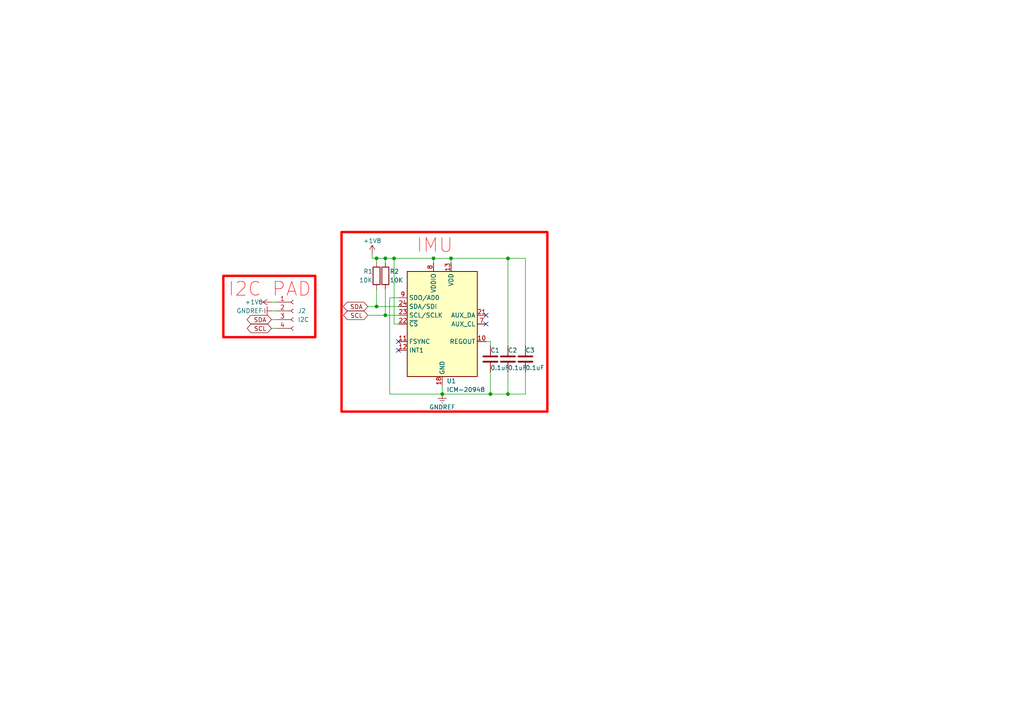
<source format=kicad_sch>
(kicad_sch (version 20230121) (generator eeschema)
  (paper "A4")
  (lib_symbols
    (symbol "Connector:Conn_01x04_Socket" (pin_names (offset 1.016) hide)
      (property "Reference" "J" (at 0 5.08 0))
      (property "Value" "Conn_01x04_Socket" (at 0 -7.62 0))
      (symbol "Conn_01x04_Socket_1_1"
        (arc (start 0 -4.572) (mid -0.5058 -5.08) (end 0 -5.588) (stroke (width 0.1524)))
        (arc (start 0 -2.032) (mid -0.5058 -2.54) (end 0 -3.048) (stroke (width 0.1524)))
        (polyline (pts (xy -1.27 -5.08) (xy -0.508 -5.08)) (stroke (width 0.1524)))
        (polyline (pts (xy -1.27 -2.54) (xy -0.508 -2.54)) (stroke (width 0.1524)))
        (polyline (pts (xy -1.27 0) (xy -0.508 0)) (stroke (width 0.1524)))
        (polyline (pts (xy -1.27 2.54) (xy -0.508 2.54)) (stroke (width 0.1524)))
        (arc (start 0 0.508) (mid -0.5058 0) (end 0 -0.508) (stroke (width 0.1524)))
        (arc (start 0 3.048) (mid -0.5058 2.54) (end 0 2.032) (stroke (width 0.1524)))
        (pin passive line (at -5.08 2.54 0) (length 3.81) (name "Pin_1") (number "1"))
        (pin passive line (at -5.08 0 0) (length 3.81) (name "Pin_2") (number "2"))
        (pin passive line (at -5.08 -2.54 0) (length 3.81) (name "Pin_3") (number "3"))
        (pin passive line (at -5.08 -5.08 0) (length 3.81) (name "Pin_4") (number "4"))
      )
    )
    (symbol "Device:C" (pin_numbers hide) (pin_names (offset 0.254))
      (property "Reference" "C" (at 0.635 2.54 0))
      (property "Value" "C" (at 0.635 -2.54 0))
      (symbol "C_0_1"
        (polyline (pts (xy -2.032 -0.762) (xy 2.032 -0.762)) (stroke (width 0.508)))
        (polyline (pts (xy -2.032 0.762) (xy 2.032 0.762)) (stroke (width 0.508)))
      )
      (symbol "C_1_1"
        (pin passive line (at 0 3.81 270) (length 2.794) (name "~") (number "1"))
        (pin passive line (at 0 -3.81 90) (length 2.794) (name "~") (number "2"))
      )
    )
    (symbol "Device:R" (pin_numbers hide) (pin_names (offset 0))
      (property "Reference" "R" (at 2.032 0 90))
      (property "Value" "R" (at 0 0 90))
      (symbol "R_0_1"
        (rectangle (start -1.016 -2.54) (end 1.016 2.54) (stroke (width 0.254)))
      )
      (symbol "R_1_1"
        (pin passive line (at 0 3.81 270) (length 1.27) (name "~") (number "1"))
        (pin passive line (at 0 -3.81 90) (length 1.27) (name "~") (number "2"))
      )
    )
    (symbol "Sensor_Motion:ICM-20948"
      (property "Reference" "U" (at -11.43 16.51 0))
      (property "Value" "ICM-20948" (at 7.62 -16.51 0))
      (symbol "ICM-20948_0_1"
        (rectangle (start -10.16 15.24) (end 10.16 -15.24) (stroke (width 0.254)) (fill (type background)))
      )
      (symbol "ICM-20948_1_1"
        (pin no_connect line (at -10.16 12.7 0) (length 2.54) hide (name "NC") (number "1"))
        (pin passive line (at 12.7 -5.08 180) (length 2.54) (name "REGOUT") (number "10"))
        (pin input line (at -12.7 -5.08 0) (length 2.54) (name "FSYNC") (number "11"))
        (pin output line (at -12.7 -7.62 0) (length 2.54) (name "INT1") (number "12"))
        (pin power_in line (at 2.54 17.78 270) (length 2.54) (name "VDD") (number "13"))
        (pin no_connect line (at 10.16 7.62 180) (length 2.54) hide (name "NC") (number "14"))
        (pin no_connect line (at 10.16 5.08 180) (length 2.54) hide (name "NC") (number "15"))
        (pin no_connect line (at 10.16 -7.62 180) (length 2.54) hide (name "NC") (number "16"))
        (pin no_connect line (at 10.16 -10.16 180) (length 2.54) hide (name "NC") (number "17"))
        (pin power_in line (at 0 -17.78 90) (length 2.54) (name "GND") (number "18"))
        (pin no_connect line (at 10.16 -12.7 180) (length 2.54) hide (name "RESV") (number "19"))
        (pin no_connect line (at -10.16 10.16 0) (length 2.54) hide (name "NC") (number "2"))
        (pin passive line (at 0 -17.78 90) (length 2.54) hide (name "GND") (number "20"))
        (pin bidirectional line (at 12.7 2.54 180) (length 2.54) (name "AUX_DA") (number "21"))
        (pin input line (at -12.7 0 0) (length 2.54) (name "~{CS}") (number "22"))
        (pin input line (at -12.7 2.54 0) (length 2.54) (name "SCL/SCLK") (number "23"))
        (pin bidirectional line (at -12.7 5.08 0) (length 2.54) (name "SDA/SDI") (number "24"))
        (pin no_connect line (at -10.16 -2.54 0) (length 2.54) hide (name "NC") (number "3"))
        (pin no_connect line (at -10.16 -10.16 0) (length 2.54) hide (name "NC") (number "4"))
        (pin no_connect line (at -10.16 -12.7 0) (length 2.54) hide (name "NC") (number "5"))
        (pin no_connect line (at 10.16 10.16 180) (length 2.54) hide (name "NC") (number "6"))
        (pin output line (at 12.7 0 180) (length 2.54) (name "AUX_CL") (number "7"))
        (pin power_in line (at -2.54 17.78 270) (length 2.54) (name "VDDIO") (number "8"))
        (pin bidirectional line (at -12.7 7.62 0) (length 2.54) (name "SDO/AD0") (number "9"))
      )
    )
    (symbol "power:+1V8" (power) (pin_names (offset 0))
      (property "Value" "+1V8" (at 0 3.556 0))
      (symbol "+1V8_0_1"
        (polyline (pts (xy -0.762 1.27) (xy 0 2.54)))
        (polyline (pts (xy 0 0) (xy 0 2.54)))
        (polyline (pts (xy 0 2.54) (xy 0.762 1.27)))
      )
      (symbol "+1V8_1_1"
        (pin power_in line (at 0 0 90) (length 0) hide (name "+1V8") (number "1"))
      )
    )
    (symbol "power:GNDREF" (power) (pin_names (offset 0))
      (property "Value" "GNDREF" (at 0 -3.81 0))
      (symbol "GNDREF_0_1"
        (polyline (pts (xy -0.635 -1.905) (xy 0.635 -1.905)))
        (polyline (pts (xy -0.127 -2.54) (xy 0.127 -2.54)))
        (polyline (pts (xy 0 -1.27) (xy 0 0)))
        (polyline (pts (xy 1.27 -1.27) (xy -1.27 -1.27)))
      )
      (symbol "GNDREF_1_1"
        (pin power_in line (at 0 0 270) (length 0) hide (name "GNDREF") (number "1"))
      )
    )
  )
  (junction (at 111.76 91.44))
  (junction (at 114.3 74.93))
  (junction (at 142.24 114.3))
  (junction (at 130.81 74.93))
  (junction (at 147.32 114.3))
  (junction (at 147.32 74.93))
  (junction (at 109.22 74.93))
  (junction (at 109.22 88.9))
  (junction (at 111.76 74.93))
  (junction (at 128.27 114.3))
  (junction (at 125.73 74.93))
  (no_connect (at 140.97 91.44))
  (no_connect (at 115.57 99.06))
  (no_connect (at 115.57 101.6))
  (no_connect (at 140.97 93.98))
  (wire (pts (xy 109.22 83.82) (xy 109.22 88.9)))
  (wire (pts (xy 140.97 99.06) (xy 142.24 99.06)))
  (wire (pts (xy 111.76 91.44) (xy 115.57 91.44)))
  (wire (pts (xy 113.03 86.36) (xy 115.57 86.36)))
  (wire (pts (xy 113.03 86.36) (xy 113.03 114.3)))
  (wire (pts (xy 152.4 107.95) (xy 152.4 114.3)))
  (wire (pts (xy 114.3 74.93) (xy 125.73 74.93)))
  (wire (pts (xy 109.22 88.9) (xy 115.57 88.9)))
  (wire (pts (xy 125.73 74.93) (xy 125.73 76.2)))
  (wire (pts (xy 147.32 74.93) (xy 147.32 100.33)))
  (wire (pts (xy 125.73 74.93) (xy 130.81 74.93)))
  (wire (pts (xy 109.22 74.93) (xy 109.22 76.2)))
  (wire (pts (xy 147.32 107.95) (xy 147.32 114.3)))
  (wire (pts (xy 111.76 74.93) (xy 109.22 74.93)))
  (wire (pts (xy 111.76 74.93) (xy 114.3 74.93)))
  (wire (pts (xy 107.95 74.93) (xy 109.22 74.93)))
  (wire (pts (xy 78.74 87.63) (xy 80.01 87.63)))
  (wire (pts (xy 106.68 88.9) (xy 109.22 88.9)))
  (wire (pts (xy 147.32 74.93) (xy 152.4 74.93)))
  (wire (pts (xy 78.74 95.25) (xy 80.01 95.25)))
  (wire (pts (xy 111.76 74.93) (xy 111.76 76.2)))
  (wire (pts (xy 128.27 111.76) (xy 128.27 114.3)))
  (wire (pts (xy 78.74 90.17) (xy 80.01 90.17)))
  (wire (pts (xy 147.32 114.3) (xy 142.24 114.3)))
  (wire (pts (xy 114.3 74.93) (xy 114.3 93.98)))
  (wire (pts (xy 111.76 83.82) (xy 111.76 91.44)))
  (wire (pts (xy 107.95 74.93) (xy 107.95 73.66)))
  (wire (pts (xy 142.24 114.3) (xy 128.27 114.3)))
  (wire (pts (xy 142.24 107.95) (xy 142.24 114.3)))
  (wire (pts (xy 152.4 114.3) (xy 147.32 114.3)))
  (wire (pts (xy 115.57 93.98) (xy 114.3 93.98)))
  (wire (pts (xy 113.03 114.3) (xy 128.27 114.3)))
  (wire (pts (xy 142.24 99.06) (xy 142.24 100.33)))
  (wire (pts (xy 152.4 74.93) (xy 152.4 100.33)))
  (wire (pts (xy 78.74 92.71) (xy 80.01 92.71)))
  (wire (pts (xy 106.68 91.44) (xy 111.76 91.44)))
  (wire (pts (xy 130.81 74.93) (xy 147.32 74.93)))
  (wire (pts (xy 130.81 74.93) (xy 130.81 76.2)))
  (rectangle (start 64.77 80.01) (end 91.44 97.79) (stroke (width 0.7) (color 255 0 0 1)))
  (rectangle (start 99.06 67.31) (end 158.75 119.38) (stroke (width 0.7) (color 255 0 0 1)))
  (text "I2C PAD\n" (at 66.04 86.36 0) (effects (font (size 4 4)) (justify left bottom)))
  (text "IMU" (at 120.65 73.66 0) (effects (font (size 4 4)) (justify left bottom)))
  (global_label "SDA" (shape bidirectional) (at 78.74 92.71 180) (property "Intersheetrefs" "${INTERSHEET_REFS}" (effects hide)))
  (global_label "SCL" (shape bidirectional) (at 106.68 91.44 180) (property "Intersheetrefs" "${INTERSHEET_REFS}" (effects hide)))
  (global_label "SCL" (shape bidirectional) (at 78.74 95.25 180) (property "Intersheetrefs" "${INTERSHEET_REFS}" (effects hide)))
  (global_label "SDA" (shape bidirectional) (at 106.68 88.9 180) (property "Intersheetrefs" "${INTERSHEET_REFS}" (effects hide)))
  (symbol (lib_id "Device:R") (at 111.76 80.01 0) (unit 1)
    (property "Reference" "R2" (at 113.03 78.74 0) (effects (justify left)))
    (property "Value" "10K" (at 113.03 81.28 0) (effects (justify left)))
    (property "Footprint" "Resistor_SMD:R_0402_1005Metric" (effects hide))
  )
  (symbol (lib_id "power:+1V8") (at 78.74 87.63 90) (unit 1)
    (property "Reference" "#PWR03" (effects hide))
    (property "Value" "+1V8" (at 73.66 87.63 90))
  )
  (symbol (lib_id "Device:C") (at 142.24 104.14 0) (unit 1)
    (property "Reference" "C1" (at 142.24 101.6 0) (effects (justify left)))
    (property "Value" "0.1uF" (at 142.24 106.68 0) (effects (justify left)))
    (property "Footprint" "Capacitor_SMD:C_0402_1005Metric" (effects hide))
  )
  (symbol (lib_id "Sensor_Motion:ICM-20948") (at 128.27 93.98 0) (unit 1)
    (property "Reference" "U1" (at 129.54 110.49 0) (effects (justify left)))
    (property "Value" "ICM-20948" (at 129.54 113.03 0) (effects (justify left)))
    (property "Footprint" "Sensor_Motion:InvenSense_QFN-24_3x3mm_P0.4mm" (effects hide))
    (property "Datasheet" "http://www.invensense.com/wp-content/uploads/2016/06/DS-000189-ICM-20948-v1.3.pdf" (effects hide))
  )
  (symbol (lib_id "power:+1V8") (at 107.95 73.66 0) (unit 1)
    (property "Reference" "#PWR01" (effects hide))
    (property "Value" "+1V8" (at 107.95 69.85 0))
  )
  (symbol (lib_id "Connector:Conn_01x04_Socket") (at 85.09 90.17 0) (unit 1)
    (property "Reference" "J2" (at 86.36 90.17 0) (effects (justify left)))
    (property "Value" "I2C" (at 86.36 92.71 0) (effects (justify left)))
    (property "Footprint" "footprints:PAD_01x04" (effects hide))
  )
  (symbol (lib_id "Device:R") (at 109.22 80.01 0) (unit 1)
    (property "Reference" "R1" (at 105.41 78.74 0) (effects (justify left)))
    (property "Value" "10K" (at 104.14 81.28 0) (effects (justify left)))
    (property "Footprint" "Resistor_SMD:R_0402_1005Metric" (effects hide))
  )
  (symbol (lib_id "Device:C") (at 147.32 104.14 0) (unit 1)
    (property "Reference" "C2" (at 147.32 101.6 0) (effects (justify left)))
    (property "Value" "0.1uF" (at 147.32 106.68 0) (effects (justify left)))
    (property "Footprint" "Capacitor_SMD:C_0402_1005Metric" (effects hide))
  )
  (symbol (lib_id "power:GNDREF") (at 78.74 90.17 270) (unit 1)
    (property "Reference" "#PWR04" (effects hide))
    (property "Value" "GNDREF" (at 72.39 90.17 90))
  )
  (symbol (lib_id "power:GNDREF") (at 128.27 114.3 0) (unit 1)
    (property "Reference" "#PWR02" (effects hide))
    (property "Value" "GNDREF" (at 128.27 118.11 0))
  )
  (symbol (lib_id "Device:C") (at 152.4 104.14 0) (unit 1)
    (property "Reference" "C3" (at 152.4 101.6 0) (effects (justify left)))
    (property "Value" "0.1uF" (at 152.4 106.68 0) (effects (justify left)))
    (property "Footprint" "Capacitor_SMD:C_0402_1005Metric" (effects hide))
  )
)
</source>
